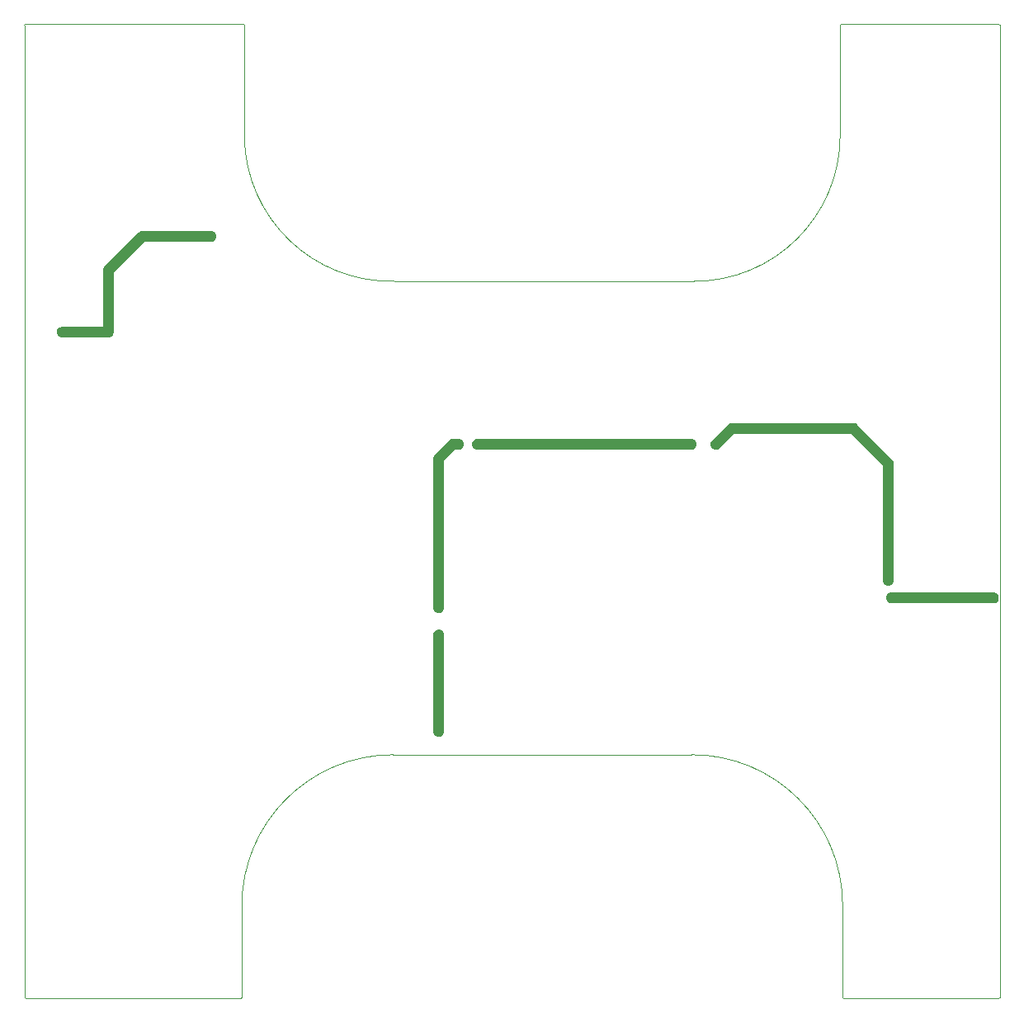
<source format=gbr>
G04 Layer_Color=0*
%FSLAX26Y26*%
%MOIN*%
%TF.FileFunction,Profile,NP*%
%TF.Part,Single*%
G01*
G75*
%TA.AperFunction,Profile*%
%ADD80C,0.001000*%
G36*
X1573332Y1500000D02*
Y2105000D01*
Y2107141D01*
X1574169Y2111339D01*
X1575812Y2115293D01*
X1578197Y2118848D01*
X1579715Y2120358D01*
D01*
X1579678Y2120322D01*
X1634678Y2175322D01*
X1634642Y2175285D01*
X1636152Y2176803D01*
X1639707Y2179188D01*
X1643661Y2180831D01*
X1647859Y2181669D01*
X1650000D01*
D01*
X1675000D01*
X1679310D01*
X1687274Y2178370D01*
X1693370Y2172274D01*
X1696668Y2164310D01*
Y2160000D01*
Y2155690D01*
X1693370Y2147726D01*
X1687274Y2141630D01*
X1679310Y2138331D01*
X1675000D01*
D01*
X1658975D01*
X1616668Y2096025D01*
Y1500000D01*
Y1495690D01*
X1613370Y1487726D01*
X1607274Y1481630D01*
X1599310Y1478332D01*
X1590690D01*
X1582726Y1481630D01*
X1576630Y1487726D01*
X1573332Y1495690D01*
Y1500000D01*
D01*
D02*
G37*
G36*
X75000Y2593331D02*
X70690D01*
X62726Y2596630D01*
X56630Y2602726D01*
X53331Y2610690D01*
Y2619310D01*
X56630Y2627274D01*
X62726Y2633370D01*
X70690Y2636669D01*
X75000D01*
D01*
X238332D01*
Y2865000D01*
Y2867141D01*
X239169Y2871339D01*
X240812Y2875293D01*
X243197Y2878848D01*
X244714Y2880358D01*
D01*
X244678Y2880322D01*
X379678Y3015322D01*
X379642Y3015285D01*
X381152Y3016803D01*
X384707Y3019188D01*
X388661Y3020831D01*
X392859Y3021669D01*
X395000D01*
D01*
X675000D01*
X679310D01*
X687274Y3018370D01*
X693370Y3012274D01*
X696668Y3004310D01*
Y3000000D01*
Y2995690D01*
X693370Y2987726D01*
X687274Y2981630D01*
X679310Y2978331D01*
X675000D01*
D01*
X403975D01*
X281668Y2856025D01*
Y2615000D01*
Y2610690D01*
X278370Y2602726D01*
X272274Y2596630D01*
X264310Y2593331D01*
X260000D01*
D01*
X75000D01*
D02*
G37*
G36*
X3422274Y1518332D02*
X3417964D01*
X3410000Y1521630D01*
X3403905Y1527726D01*
X3400606Y1535690D01*
Y1544310D01*
X3403905Y1552274D01*
X3410000Y1558370D01*
X3417964Y1561668D01*
X3422274D01*
D01*
X3843000Y1561668D01*
X3845943Y1560095D01*
X3850777Y1555494D01*
X3854208Y1549769D01*
X3855989Y1543337D01*
X3855988Y1536662D01*
X3854208Y1530230D01*
X3850777Y1524506D01*
X3845943Y1519904D01*
X3843000Y1518331D01*
X3843000Y1518331D01*
X3422274Y1518332D01*
D02*
G37*
G36*
X1573332Y1000000D02*
Y995690D01*
X1576630Y987726D01*
X1582726Y981630D01*
X1590690Y978332D01*
X1599310D01*
X1607274Y981630D01*
X1613370Y987726D01*
X1616668Y995690D01*
Y1000000D01*
D01*
Y1390000D01*
Y1394310D01*
X1613370Y1402274D01*
X1607274Y1408370D01*
X1599310Y1411668D01*
X1590690D01*
X1582726Y1408370D01*
X1576630Y1402274D01*
X1573332Y1394310D01*
Y1390000D01*
D01*
Y1000000D01*
D02*
G37*
G36*
X1750000Y2138331D02*
X1745690D01*
X1737726Y2141630D01*
X1731630Y2147726D01*
X1728332Y2155690D01*
Y2164310D01*
X1731630Y2172274D01*
X1737726Y2178370D01*
X1745690Y2181669D01*
X1750000D01*
D01*
X2615000D01*
X2619310D01*
X2627274Y2178370D01*
X2633370Y2172274D01*
X2636669Y2164310D01*
Y2160000D01*
Y2155690D01*
X2633370Y2147726D01*
X2627274Y2141630D01*
X2619310Y2138331D01*
X2615000D01*
D01*
X1750000D01*
D02*
G37*
G36*
X2730322Y2144678D02*
X2727274Y2141630D01*
X2719310Y2138331D01*
X2710690Y2138331D01*
X2702726Y2141630D01*
X2696630Y2147726D01*
X2693332Y2155690D01*
X2693331Y2164310D01*
X2696630Y2172274D01*
X2699678Y2175322D01*
Y2175322D01*
X2764678Y2240322D01*
X2766186Y2241833D01*
X2769734Y2244207D01*
X2773678Y2245840D01*
X2777865Y2246671D01*
X2780000Y2246668D01*
X2780000Y2246669D01*
X3270000Y2246668D01*
X3272141Y2246668D01*
X3276339Y2245831D01*
X3280293Y2244188D01*
X3283848Y2241803D01*
X3285358Y2240285D01*
X3285358Y2240285D01*
X3425322Y2100322D01*
X3426833Y2098814D01*
X3429207Y2095266D01*
X3430840Y2091322D01*
X3431671Y2087134D01*
X3431668Y2085000D01*
X3431669Y2085000D01*
Y1610000D01*
Y1605690D01*
X3428370Y1597726D01*
X3422274Y1591630D01*
X3414310Y1588332D01*
X3405690D01*
X3397726Y1591630D01*
X3391630Y1597726D01*
X3388331Y1605690D01*
Y1610000D01*
D01*
Y2076025D01*
X3261025Y2203331D01*
X2788975D01*
X2730322Y2144678D01*
D02*
G37*
D80*
X-75000Y-78952D02*
X794999D01*
D02*
G03*
X798951Y-75000I0J3952D01*
G01*
Y295000D01*
D02*
G02*
X1409999Y906048I611048J0D01*
G01*
X2614999D01*
D02*
G03*
X2615015Y906048I0J3952D01*
G01*
D02*
G02*
X3226047Y299992I2484J-608548D01*
G01*
Y-75000D01*
D02*
G03*
X3229999Y-78952I3952J0D01*
G01*
X3857000D01*
D02*
G03*
X3860952Y-75000I0J3952D01*
G01*
Y3854000D01*
D02*
G03*
X3857000Y3857952I-3952J0D01*
G01*
X3220000D01*
D02*
G03*
X3216048Y3854000I0J-3952D01*
G01*
Y3407509D01*
D02*
G02*
X2625008Y2818952I-589798J1242D01*
G01*
D02*
G03*
X2624999Y2818952I-8J-3952D01*
G01*
X1414999D01*
D02*
G03*
X1414917Y2818951I0J-3952D01*
G01*
Y2818951D01*
D02*
G02*
X808952Y3400039I-12417J593549D01*
G01*
D02*
G02*
X808951Y3400084I593548J12461D01*
G01*
X808952Y3400001D01*
Y3854000D01*
D02*
G03*
X805000Y3857952I-3952J0D01*
G01*
X-75000D01*
D02*
G03*
X-78920Y3853500I0J-3952D01*
G01*
D02*
G03*
X-78952Y3853000I3920J-500D01*
G01*
Y-75000D01*
D02*
G03*
X-75000Y-78952I3952J0D01*
G01*
%TF.MD5,38d2abb60e18870ab76c2542f2487520*%
M02*

</source>
